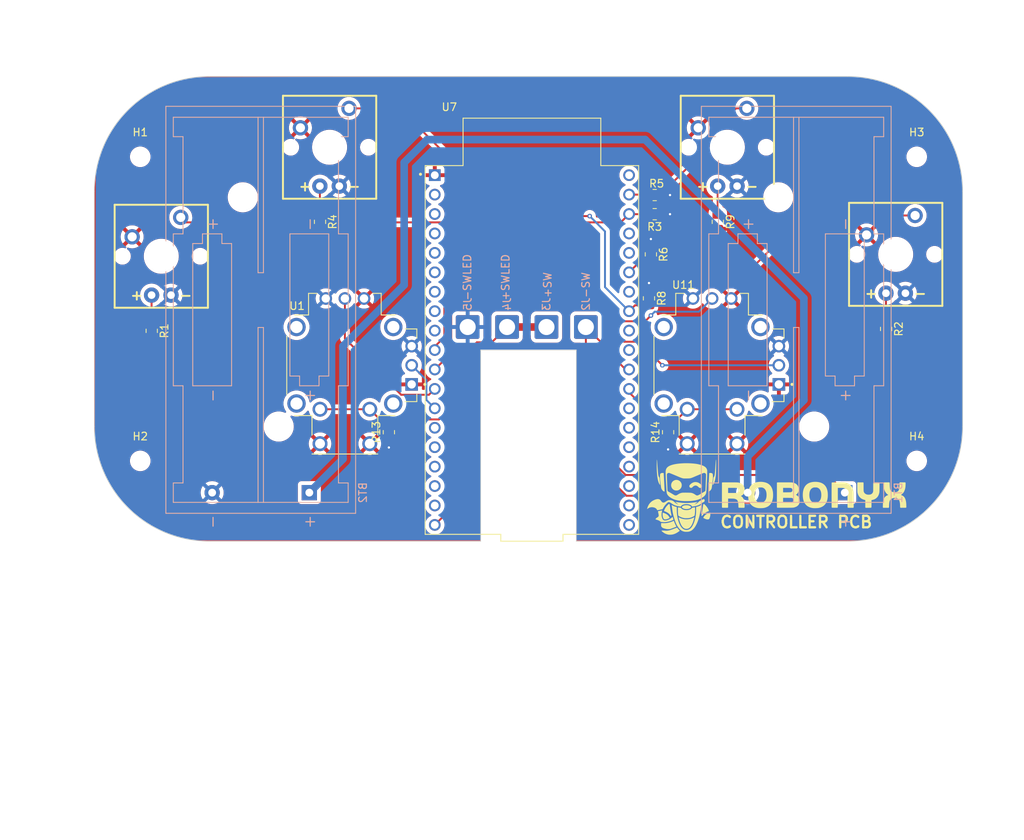
<source format=kicad_pcb>
(kicad_pcb (version 20240108) (generator "pcbnew") (generator_version "8.0")
  (layers (0 "F.Cu" signal) (31 "B.Cu" signal) (34 "B.Paste" user) (35 "F.Paste" user) (36 "B.SilkS" user "B.Silkscreen") (37 "F.SilkS" user "F.Silkscreen") (38 "B.Mask" user) (39 "F.Mask" user) (44 "Edge.Cuts" user))
  (net 0 "")
  (net 1 "Net-(BT1--)")
  (net 2 "GND")
  (net 3 "Net-(BT1-+)")
  (net 4 "+6V")
  (net 5 "/KB2")
  (net 6 "/KB1")
  (net 7 "/KB3")
  (net 8 "/KB4")
  (net 9 "Net-(R9-Pad1)")
  (net 10 "/SW1")
  (net 11 "/SW2")
  (net 12 "+3V3")
  (net 13 "/P1H")
  (net 14 "/P1V")
  (net 16 "/P2V")
  (net 20 "/P2H")
  (net 30 "Net-(R1-Pad1)")
  (net 31 "Net-(R2-Pad1)")
  (net 36 "Net-(R4-Pad1)")
  (footprint "Resistor_SMD:R_0805_2012Metric" (layer "F.Cu") (at 124.75 90.25 -90)
    (property "Reference" "R9" (at 0 -1.65 90) (layer "F.SilkS"))
    (property "Value" "330R")
    (pad "1" smd roundrect (at -0.9125 0 270) (size 1.025 1.4) (layers "F.Cu" "F.Paste" "F.Mask") (roundrect_rratio 0.243902) (net 9 "Net-(R9-Pad1)"))
    (pad "2" smd roundrect (at 0.9125 0 270) (size 1.025 1.4) (layers "F.Cu" "F.Paste" "F.Mask") (roundrect_rratio 0.243902) (net 12 "+3V3"))
  )
  (footprint "MX1A-11NN:Cherry_MX_3mmLED" (layer "F.Cu") (at 74 80)
    (property "Reference" "U5" (at 0 -0.5 0) (layer "F.SilkS") (effects (font (thickness 0.1))))
    (property "Value" "~")
    (fp_text user "+" (at -2.2511 5.58 0) (layer "F.SilkS") (effects (font (size 1.2954 1.2954) (thickness 0.2286)) (justify right)))
    (fp_text user "-" (at 2.2489 5.58 0) (layer "F.SilkS") (effects (font (size 1.2954 1.2954) (thickness 0.2286)) (justify left)))
    (fp_text user "-" (at 2.2489 5.58 0) (layer "F.SilkS") (effects (font (size 1.2954 1.2954) (thickness 0.2286)) (justify right mirror)))
    (fp_text user "+" (at -2.2511 5.58 0) (layer "F.SilkS") (effects (font (size 1.2954 1.2954) (thickness 0.2286)) (justify left mirror)))
    (pad "" np_thru_hole circle (at -5.08 0.5) (size 1.706881 1.706881) (drill 1.706881) (layers "*.Cu" "*.Mask"))
    (pad "" np_thru_hole circle (at 0 0.5) (size 4.0894 4.0894) (drill 4.0894) (layers "*.Cu" "*.Mask"))
    (pad "" np_thru_hole circle (at 5.08 0.5) (size 1.706881 1.706881) (drill 1.706881) (layers "*.Cu" "*.Mask"))
    (pad "A" thru_hole circle (at -1.27 5.58) (size 2 2) (drill 1) (layers "*.Cu" "*.Mask") (net 36 "Net-(R4-Pad1)"))
    (pad "K" thru_hole circle (at 1.27 5.58) (size 2 2) (drill 1) (layers "*.Cu" "*.Mask") (net 2 "GND"))
    (pad "S1" thru_hole circle (at -3.81 -2.04) (size 2 2) (drill 1.2) (layers "*.Cu" "*.Mask") (net 12 "+3V3"))
    (pad "S2" thru_hole circle (at 2.54 -4.58) (size 2 2) (drill 1.2) (layers "*.Cu" "*.Mask") (net 8 "/KB4"))
  )
  (footprint "THB001P:CNK_THB001P" (layer "F.Cu") (at 76 109)
    (property "Reference" "U1" (at -6.25 -7.75 0) (layer "F.SilkS"))
    (property "Value" "THB001P")
    (pad "A" thru_hole circle (at -3.25 5.75) (size 1.95 1.95) (drill 1.3) (layers "*.Cu" "*.Mask") (net 10 "/SW1"))
    (pad "B" thru_hole circle (at 3.25 5.75) (size 1.95 1.95) (drill 1.3) (layers "*.Cu" "*.Mask") (net 10 "/SW1"))
    (pad "C" thru_hole circle (at -3.25 10.25) (size 1.95 1.95) (drill 1.3) (layers "*.Cu" "*.Mask") (net 12 "+3V3"))
    (pad "D" thru_hole circle (at 3.25 10.25) (size 1.95 1.95) (drill 1.3) (layers "*.Cu" "*.Mask") (net 12 "+3V3"))
    (pad "S1" thru_hole circle (at 6.325 -5) (size 2.4 2.4) (drill 1.6) (layers "*.Cu" "*.Mask"))
    (pad "S2" thru_hole circle (at -6.325 -5) (size 2.4 2.4) (drill 1.6) (layers "*.Cu" "*.Mask"))
    (pad "S3" thru_hole circle (at -6.325 5) (size 2.4 2.4) (drill 1.6) (layers "*.Cu" "*.Mask"))
    (pad "S4" thru_hole circle (at 6.325 5) (size 2.4 2.4) (drill 1.6) (layers "*.Cu" "*.Mask"))
    (pad "VR1_1" thru_hole rect (at 8.73 2.5) (size 1.65 1.65) (drill 1.1) (layers "*.Cu" "*.Mask") (net 12 "+3V3"))
    (pad "VR1_2" thru_hole circle (at 8.73 0) (size 1.65 1.65) (drill 1.1) (layers "*.Cu" "*.Mask") (net 14 "/P1V"))
    (pad "VR1_3" thru_hole circle (at 8.73 -2.5) (size 1.65 1.65) (drill 1.1) (layers "*.Cu" "*.Mask") (net 2 "GND"))
    (pad "VR2_1" thru_hole circle (at 2.5 -8.73) (size 1.65 1.65) (drill 1.1) (layers "*.Cu" "*.Mask") (net 12 "+3V3"))
    (pad "VR2_2" thru_hole circle (at 0 -8.73) (size 1.65 1.65) (drill 1.1) (layers "*.Cu" "*.Mask") (net 13 "/P1H"))
    (pad "VR2_3" thru_hole circle (at -2.5 -8.73) (size 1.65 1.65) (drill 1.1) (layers "*.Cu" "*.Mask") (net 2 "GND"))
  )
  (footprint "THB001P:CNK_THB001P" (layer "F.Cu") (at 124 109)
    (property "Reference" "U11" (at -3.75 -10.5 0) (layer "F.SilkS"))
    (property "Value" "THB001P")
    (pad "A" thru_hole circle (at -3.25 5.75) (size 1.95 1.95) (drill 1.3) (layers "*.Cu" "*.Mask") (net 11 "/SW2"))
    (pad "B" thru_hole circle (at 3.25 5.75) (size 1.95 1.95) (drill 1.3) (layers "*.Cu" "*.Mask") (net 11 "/SW2"))
    (pad "C" thru_hole circle (at -3.25 10.25) (size 1.95 1.95) (drill 1.3) (layers "*.Cu" "*.Mask") (net 12 "+3V3"))
    (pad "D" thru_hole circle (at 3.25 10.25) (size 1.95 1.95) (drill 1.3) (layers "*.Cu" "*.Mask") (net 12 "+3V3"))
    (pad "S1" thru_hole circle (at 6.325 -5) (size 2.4 2.4) (drill 1.6) (layers "*.Cu" "*.Mask"))
    (pad "S2" thru_hole circle (at -6.325 -5) (size 2.4 2.4) (drill 1.6) (layers "*.Cu" "*.Mask"))
    (pad "S3" thru_hole circle (at -6.325 5) (size 2.4 2.4) (drill 1.6) (layers "*.Cu" "*.Mask"))
    (pad "S4" thru_hole circle (at 6.325 5) (size 2.4 2.4) (drill 1.6) (layers "*.Cu" "*.Mask"))
    (pad "VR1_1" thru_hole rect (at 8.73 2.5) (size 1.65 1.65) (drill 1.1) (layers "*.Cu" "*.Mask") (net 12 "+3V3"))
    (pad "VR1_2" thru_hole circle (at 8.73 0) (size 1.65 1.65) (drill 1.1) (layers "*.Cu" "*.Mask") (net 16 "/P2V"))
    (pad "VR1_3" thru_hole circle (at 8.73 -2.5) (size 1.65 1.65) (drill 1.1) (layers "*.Cu" "*.Mask") (net 2 "GND"))
    (pad "VR2_1" thru_hole circle (at 2.5 -8.73) (size 1.65 1.65) (drill 1.1) (layers "*.Cu" "*.Mask") (net 12 "+3V3"))
    (pad "VR2_2" thru_hole circle (at 0 -8.73) (size 1.65 1.65) (drill 1.1) (layers "*.Cu" "*.Mask") (net 20 "/P2H"))
    (pad "VR2_3" thru_hole circle (at -2.5 -8.73) (size 1.65 1.65) (drill 1.1) (layers "*.Cu" "*.Mask") (net 2 "GND"))
  )
  (footprint "Resistor_SMD:R_0805_2012Metric" (layer "F.Cu") (at 146.75 104.25 -90)
    (property "Reference" "R2" (at 0 -1.65 90) (layer "F.SilkS"))
    (property "Value" "330R")
    (pad "1" smd roundrect (at -0.9125 0 270) (size 1.025 1.4) (layers "F.Cu" "F.Paste" "F.Mask") (roundrect_rratio 0.243902) (net 31 "Net-(R2-Pad1)"))
    (pad "2" smd roundrect (at 0.9125 0 270) (size 1.025 1.4) (layers "F.Cu" "F.Paste" "F.Mask") (roundrect_rratio 0.243902) (net 12 "+3V3"))
  )
  (footprint "Resistor_SMD:R_0805_2012Metric" (layer "F.Cu") (at 116.5 86.75 180)
    (property "Reference" "R5" (at -0.25 1.5 0) (layer "F.SilkS"))
    (property "Value" "10K")
    (pad "1" smd roundrect (at -0.9125 0 180) (size 1.025 1.4) (layers "F.Cu" "F.Paste" "F.Mask") (roundrect_rratio 0.243902) (net 2 "GND"))
    (pad "2" smd roundrect (at 0.9125 0 180) (size 1.025 1.4) (layers "F.Cu" "F.Paste" "F.Mask") (roundrect_rratio 0.243902) (net 6 "/KB1"))
  )
  (footprint "MountingHole:MountingHole_2.2mm_M2" (layer "F.Cu") (at 150.75 121.5)
    (property "Reference" "H4" (at 0 -3.2 0) (layer "F.SilkS"))
    (property "Value" "MountingHole")
    (pad "" np_thru_hole circle (at 0 0) (size 2.2 2.2) (drill 2.2) (layers "*.Cu" "*.Mask"))
  )
  (footprint "Resistor_SMD:R_0805_2012Metric" (layer "F.Cu") (at 50.75 104.5 -90)
    (property "Reference" "R1" (at 0 -1.65 90) (layer "F.SilkS"))
    (property "Value" "330R")
    (pad "1" smd roundrect (at -0.9125 0 270) (size 1.025 1.4) (layers "F.Cu" "F.Paste" "F.Mask") (roundrect_rratio 0.243902) (net 30 "Net-(R1-Pad1)"))
    (pad "2" smd roundrect (at 0.9125 0 270) (size 1.025 1.4) (layers "F.Cu" "F.Paste" "F.Mask") (roundrect_rratio 0.243902) (net 12 "+3V3"))
  )
  (footprint "MountingHole:MountingHole_2.2mm_M2" (layer "F.Cu") (at 49.25 121.5)
    (property "Reference" "H2" (at 0 -3.2 0) (layer "F.SilkS"))
    (property "Value" "MountingHole")
    (pad "" np_thru_hole circle (at 0 0) (size 2.2 2.2) (drill 2.2) (layers "*.Cu" "*.Mask"))
  )
  (footprint "Resistor_SMD:R_0805_2012Metric" (layer "F.Cu") (at 116 94.5 -90)
    (property "Reference" "R6" (at 0 -1.65 90) (layer "F.SilkS"))
    (property "Value" "10K")
    (pad "1" smd roundrect (at -0.9125 0 270) (size 1.025 1.4) (layers "F.Cu" "F.Paste" "F.Mask") (roundrect_rratio 0.243902) (net 2 "GND"))
    (pad "2" smd roundrect (at 0.9125 0 270) (size 1.025 1.4) (layers "F.Cu" "F.Paste" "F.Mask") (roundrect_rratio 0.243902) (net 7 "/KB3"))
  )
  (footprint "LOGO" (layer "F.Cu") (at 132.5 126)
    (property "Reference" "G***" (hide yes))
    (property "Value" "LOGO" (hide yes))
  )
  (footprint "MX1A-11NN:Cherry_MX_3mmLED" (layer "F.Cu") (at 52 94.25)
    (property "Reference" "U3" (at 0 -0.5 0) (layer "F.SilkS") (effects (font (thickness 0.1))))
    (property "Value" "~")
    (fp_text user "+" (at -2.2511 5.58 0) (layer "F.SilkS") (effects (font (size 1.2954 1.2954) (thickness 0.2286)) (justify right)))
    (fp_text user "-" (at 2.2489 5.58 0) (layer "F.SilkS") (effects (font (size 1.2954 1.2954) (thickness 0.2286)) (justify left)))
    (fp_text user "-" (at 2.2489 5.58 0) (layer "F.SilkS") (effects (font (size 1.2954 1.2954) (thickness 0.2286)) (justify right mirror)))
    (fp_text user "+" (at -2.2511 5.58 0) (layer "F.SilkS") (effects (font (size 1.2954 1.2954) (thickness 0.2286)) (justify left mirror)))
    (pad "" np_thru_hole circle (at -5.08 0.5) (size 1.706881 1.706881) (drill 1.706881) (layers "*.Cu" "*.Mask"))
    (pad "" np_thru_hole circle (at 0 0.5) (size 4.0894 4.0894) (drill 4.0894) (layers "*.Cu" "*.Mask"))
    (pad "" np_thru_hole circle (at 5.08 0.5) (size 1.706881 1.706881) (drill 1.706881) (layers "*.Cu" "*.Mask"))
    (pad "A" thru_hole circle (at -1.27 5.58) (size 2 2) (drill 1) (layers "*.Cu" "*.Mask") (net 30 "Net-(R1-Pad1)"))
    (pad "K" thru_hole circle (at 1.27 5.58) (size 2 2) (drill 1) (layers "*.Cu" "*.Mask") (net 2 "GND"))
    (pad "S1" thru_hole circle (at -3.81 -2.04) (size 2 2) (drill 1.2) (layers "*.Cu" "*.Mask") (net 12 "+3V3"))
    (pad "S2" thru_hole circle (at 2.54 -4.58) (size 2 2) (drill 1.2) (layers "*.Cu" "*.Mask") (net 5 "/KB2"))
  )
  (footprint "Resistor_SMD:R_0805_2012Metric" (layer "F.Cu") (at 115.75 100.25 -90)
    (property "Reference" "R8" (at 0 -1.65 90) (layer "F.SilkS"))
    (property "Value" "10K")
    (pad "1" smd roundrect (at -0.9125 0 270) (size 1.025 1.4) (layers "F.Cu" "F.Paste" "F.Mask") (roundrect_rratio 0.243902) (net 2 "GND"))
    (pad "2" smd roundrect (at 0.9125 0 270) (size 1.025 1.4) (layers "F.Cu" "F.Paste" "F.Mask") (roundrect_rratio 0.243902) (net 8 "/KB4"))
  )
  (footprint "Resistor_SMD:R_0805_2012Metric" (layer "F.Cu") (at 118.25 117.75 90)
    (property "Reference" "R14" (at 0 -1.65 90) (layer "F.SilkS"))
    (property "Value" "10K")
    (pad "1" smd roundrect (at -0.9125 0 90) (size 1.025 1.4) (layers "F.Cu" "F.Paste" "F.Mask") (roundrect_rratio 0.243902) (net 2 "GND"))
    (pad "2" smd roundrect (at 0.9125 0 90) (size 1.025 1.4) (layers "F.Cu" "F.Paste" "F.Mask") (roundrect_rratio 0.243902) (net 11 "/SW2"))
  )
  (footprint "ESP32-DEVKITC:MODULE_ESP32-DEVKITC" (layer "F.Cu") (at 100.45 107)
    (property "Reference" "U7" (at -10.795 -31.75 0) (layer "F.SilkS"))
    (property "Value" "ESP32-DEVKITC")
    (pad "1" thru_hole rect (at -12.7 -22.85) (size 1.53 1.53) (drill 1.02) (layers "*.Cu" "*.Mask") (net 12 "+3V3"))
    (pad "2" thru_hole circle (at -12.7 -20.31) (size 1.53 1.53) (drill 1.02) (layers "*.Cu" "*.Mask"))
    (pad "3" thru_hole circle (at -12.7 -17.77) (size 1.53 1.53) (drill 1.02) (layers "*.Cu" "*.Mask"))
    (pad "4" thru_hole circle (at -12.7 -15.23) (size 1.53 1.53) (drill 1.02) (layers "*.Cu" "*.Mask"))
    (pad "5" thru_hole circle (at -12.7 -12.69) (size 1.53 1.53) (drill 1.02) (layers "*.Cu" "*.Mask"))
    (pad "6" thru_hole circle (at -12.7 -10.15) (size 1.53 1.53) (drill 1.02) (layers "*.Cu" "*.Mask"))
    (pad "7" thru_hole circle (at -12.7 -7.61) (size 1.53 1.53) (drill 1.02) (layers "*.Cu" "*.Mask"))
    (pad "8" thru_hole circle (at -12.7 -5.07) (size 1.53 1.53) (drill 1.02) (layers "*.Cu" "*.Mask"))
    (pad "9" thru_hole circle (at -12.7 -2.53) (size 1.53 1.53) (drill 1.02) (layers "*.Cu" "*.Mask"))
    (pad "10" thru_hole circle (at -12.7 0.01) (size 1.53 1.53) (drill 1.02) (layers "*.Cu" "*.Mask") (net 20 "/P2H"))
    (pad "11" thru_hole circle (at -12.7 2.55) (size 1.53 1.53) (drill 1.02) (layers "*.Cu" "*.Mask") (net 16 "/P2V"))
    (pad "12" thru_hole circle (at -12.7 5.09) (size 1.53 1.53) (drill 1.02) (layers "*.Cu" "*.Mask") (net 13 "/P1H"))
    (pad "13" thru_hole circle (at -12.7 7.63) (size 1.53 1.53) (drill 1.02) (layers "*.Cu" "*.Mask") (net 14 "/P1V"))
    (pad "14" thru_hole circle (at -12.7 10.17) (size 1.53 1.53) (drill 1.02) (layers "*.Cu" "*.Mask"))
    (pad "15" thru_hole circle (at -12.7 12.71) (size 1.53 1.53) (drill 1.02) (layers "*.Cu" "*.Mask"))
    (pad "16" thru_hole circle (at -12.7 15.25) (size 1.53 1.53) (drill 1.02) (layers "*.Cu" "*.Mask"))
    (pad "17" thru_hole circle (at -12.7 17.79) (size 1.53 1.53) (drill 1.02) (layers "*.Cu" "*.Mask"))
    (pad "18" thru_hole circle (at -12.7 20.33) (size 1.53 1.53) (drill 1.02) (layers "*.Cu" "*.Mask"))
    (pad "19" thru_hole circle (at -12.7 22.87) (size 1.53 1.53) (drill 1.02) (layers "*.Cu" "*.Mask") (net 4 "+6V"))
    (pad "20" thru_hole circle (at 12.7 22.87) (size 1.53 1.53) (drill 1.02) (layers "*.Cu" "*.Mask"))
    (pad "21" thru_hole circle (at 12.7 20.33) (size 1.53 1.53) (drill 1.02) (layers "*.Cu" "*.Mask"))
    (pad "22" thru_hole circle (at 12.7 17.79) (size 1.53 1.53) (drill 1.02) (layers "*.Cu" "*.Mask"))
    (pad "23" thru_hole circle (at 12.7 15.25) (size 1.53 1.53) (drill 1.02) (layers "*.Cu" "*.Mask"))
    (pad "24" thru_hole circle (at 12.7 12.71) (size 1.53 1.53) (drill 1.02) (layers "*.Cu" "*.Mask"))
    (pad "25" thru_hole circle (at 12.7 10.17) (size 1.53 1.53) (drill 1.02) (layers "*.Cu" "*.Mask"))
    (pad "26" thru_hole circle (at 12.7 7.63) (size 1.53 1.53) (drill 1.02) (layers "*.Cu" "*.Mask"))
    (pad "27" thru_hole circle (at 12.7 5.09) (size 1.53 1.53) (drill 1.02) (layers "*.Cu" "*.Mask") (net 11 "/SW2"))
    (pad "28" thru_hole circle (at 12.7 2.55) (size 1.53 1.53) (drill 1.02) (layers "*.Cu" "*.Mask") (net 10 "/SW1"))
    (pad "29" thru_hole circle (at 12.7 0.01) (size 1.53 1.53) (drill 1.02) (layers "*.Cu" "*.Mask"))
    (pad "30" thru_hole circle (at 12.7 -2.53) (size 1.53 1.53) (drill 1.02) (layers "*.Cu" "*.Mask"))
    (pad "31" thru_hole circle (at 12.7 -5.07) (size 1.53 1.53) (drill 1.02) (layers "*.Cu" "*.Mask") (net 8 "/KB4"))
    (pad "32" thru_hole circle (at 12.7 -7.61) (size 1.53 1.53) (drill 1.02) (layers "*.Cu" "*.Mask"))
    (pad "33" thru_hole circle (at 12.7 -10.15) (size 1.53 1.53) (drill 1.02) (layers "*.Cu" "*.Mask") (net 7 "/KB3"))
    (pad "34" thru_hole circle (at 12.7 -12.69) (size 1.53 1.53) (drill 1.02) (layers "*.Cu" "*.Mask"))
    (pad "35" thru_hole circle (at 12.7 -15.23) (size 1.53 1.53) (drill 1.02) (layers "*.Cu" "*.Mask"))
    (pad "36" thru_hole circle (at 12.7 -17.77) (size 1.53 1.53) (drill 1.02) (layers "*.Cu" "*.Mask") (net 5 "/KB2"))
    (pad "37" thru_hole circle (at 12.7 -20.31) (size 1.53 1.53) (drill 1.02) (layers "*.Cu" "*.Mask") (net 6 "/KB1"))
    (pad "38" thru_hole circle (at 12.7 -22.85) (size 1.53 1.53) (drill 1.02) (layers "*.Cu" "*.Mask"))
  )
  (footprint "Resistor_SMD:R_0805_2012Metric" (layer "F.Cu") (at 72.75 90.25 -90)
    (property "Reference" "R4" (at 0 -1.65 90) (layer "F.SilkS"))
    (property "Value" "330R")
    (pad "1" smd roundrect (at -0.9125 0 270) (size 1.025 1.4) (layers "F.Cu" "F.Paste" "F.Mask") (roundrect_rratio 0.243902) (net 36 "Net-(R4-Pad1)"))
    (pad "2" smd roundrect (at 0.9125 0 270) (size 1.025 1.4) (layers "F.Cu" "F.Paste" "F.Mask") (roundrect_rratio 0.243902) (net 12 "+3V3"))
  )
  (footprint "Resistor_SMD:R_0805_2012Metric" (layer "F.Cu") (at 81.75 117.75 90)
    (property "Reference" "R13" (at 0 -1.65 90) (layer "F.SilkS"))
    (property "Value" "10K")
    (pad "1" smd roundrect (at -0.9125 0 90) (size 1.025 1.4) (layers "F.Cu" "F.Paste" "F.Mask") (roundrect_rratio 0.243902) (net 2 "GND"))
    (pad "2" smd roundrect (at 0.9125 0 90) (size 1.025 1.4) (layers "F.Cu" "F.Paste" "F.Mask") (roundrect_rratio 0.243902) (net 10 "/SW1"))
  )
  (footprint "Resistor_SMD:R_0805_2012Metric" (layer "F.Cu") (at 116.5 89.25 180)
    (property "Reference" "R3" (at 0 -1.65 0) (layer "F.SilkS"))
    (property "Value" "10K")
    (pad "1" smd roundrect (at -0.9125 0 180) (size 1.025 1.4) (layers "F.Cu" "F.Paste" "F.Mask") (roundrect_rratio 0.243902) (net 2 "GND"))
    (pad "2" smd roundrect (at 0.9125 0 180) (size 1.025 1.4) (layers "F.Cu" "F.Paste" "F.Mask") (roundrect_rratio 0.243902) (net 5 "/KB2"))
  )
  (footprint "MX1A-11NN:Cherry_MX_3mmLED" (layer "F.Cu") (at 148 94)
    (property "Reference" "U4" (at 0 -0.5 0) (layer "F.SilkS") (effects (font (thickness 0.1))))
    (property "Value" "~")
    (fp_text user "-" (at 2.2489 5.58 0) (layer "F.SilkS") (effects (font (size 1.2954 1.2954) (thickness 0.2286)) (justify right mirror)))
    (fp_text user "+" (at -2.2511 5.58 0) (layer "F.SilkS") (effects (font (size 1.2954 1.2954) (thickness 0.2286)) (justify left mirror)))
    (fp_text user "-" (at 2.2489 5.58 0) (layer "F.SilkS") (effects (font (size 1.2954 1.2954) (thickness 0.2286)) (justify left)))
    (fp_text user "+" (at -2.2511 5.58 0) (layer "F.SilkS") (effects (font (size 1.2954 1.2954) (thickness 0.2286)) (justify right)))
    (pad "" np_thru_hole circle (at -5.08 0.5) (size 1.706881 1.706881) (drill 1.706881) (layers "*.Cu" "*.Mask"))
    (pad "" np_thru_hole circle (at 0 0.5) (size 4.0894 4.0894) (drill 4.0894) (layers "*.Cu" "*.Mask"))
    (pad "" np_thru_hole circle (at 5.08 0.5) (size 1.706881 1.706881) (drill 1.706881) (layers "*.Cu" "*.Mask"))
    (pad "A" thru_hole circle (at -1.27 5.58) (size 2 2) (drill 1) (layers "*.Cu" "*.Mask") (net 31 "Net-(R2-Pad1)"))
    (pad "K" thru_hole circle (at 1.27 5.58) (size 2 2) (drill 1) (layers "*.Cu" "*.Mask") (net 2 "GND"))
    (pad "S1" thru_hole circle (at -3.81 -2.04) (size 2 2) (drill 1.2) (layers "*.Cu" "*.Mask") (net 12 "+3V3"))
    (pad "S2" thru_hole circle (at 2.54 -4.58) (size 2 2) (drill 1.2) (layers "*.Cu" "*.Mask") (net 7 "/KB3"))
  )
  (footprint "MX1A-11NN:Cherry_MX_3mmLED" (layer "F.Cu") (at 126 80)
    (property "Reference" "U2" (at 0 -0.5 0) (layer "F.SilkS") (effects (font (thickness 0.1))))
    (property "Value" "~")
    (fp_text user "-" (at 2.2489 5.58 0) (layer "F.SilkS") (effects (font (size 1.2954 1.2954) (thickness 0.2286)) (justify right mirror)))
    (fp_text user "+" (at -2.2511 5.58 0) (layer "F.SilkS") (effects (font (size 1.2954 1.2954) (thickness 0.2286)) (justify left mirror)))
    (fp_text user "-" (at 2.2489 5.58 0) (layer "F.SilkS") (effects (font (size 1.2954 1.2954) (thickness 0.2286)) (justify right mirror)))
    (fp_text user "+" (at -2.2511 5.58 0) (layer "F.SilkS") (effects (font (size 1.2954 1.2954) (thickness 0.2286)) (justify left mirror)))
    (pad "" np_thru_hole circle (at -5.08 0.5) (size 1.706881 1.706881) (drill 1.706881) (layers "*.Cu" "*.Mask"))
    (pad "" np_thru_hole circle (at 0 0.5) (size 4.0894 4.0894) (drill 4.0894) (layers "*.Cu" "*.Mask"))
    (pad "" np_thru_hole circle (at 5.08 0.5) (size 1.706881 1.706881) (drill 1.706881) (layers "*.Cu" "*.Mask"))
    (pad "A" thru_hole circle (at -1.27 5.58) (size 2 2) (drill 1) (layers "*.Cu" "*.Mask") (net 9 "Net-(R9-Pad1)"))
    (pad "K" thru_hole circle (at 1.27 5.58) (size 2 2) (drill 1) (layers "*.Cu" "*.Mask") (net 2 "GND"))
    (pad "S1" thru_hole circle (at -3.81 -2.04) (size 2 2) (drill 1.2) (layers "*.Cu" "*.Mask") (net 12 "+3V3"))
    (pad "S2" thru_hole circle (at 2.54 -4.58) (size 2 2) (drill 1.2) (layers "*.Cu" "*.Mask") (net 6 "/KB1"))
  )
  (footprint "MountingHole:MountingHole_2.2mm_M2" (layer "F.Cu") (at 49.25 81.75)
    (property "Reference" "H1" (at 0 -3.2 0) (layer "F.SilkS"))
    (property "Value" "MountingHole")
    (pad "" np_thru_hole circle (at 0 0) (size 2.2 2.2) (drill 2.2) (layers "*.Cu" "*.Mask"))
  )
  (footprint "MountingHole:MountingHole_2.2mm_M2" (layer "F.Cu") (at 150.75 81.75)
    (property "Reference" "H3" (at 0 -3.2 0) (layer "F.SilkS"))
    (property "Value" "MountingHole")
    (pad "" np_thru_hole circle (at 0 0) (size 2.2 2.2) (drill 2.2) (layers "*.Cu" "*.Mask"))
  )
  (footprint "Connector_Wire:SolderWire-1.5sqmm_1x01_D1.7mm_OD3mm" (layer "B.Cu") (at 97.2 104 -90)
    (property "Reference" "J4" (at -3 0 90) (layer "B.SilkS") (effects (justify mirror)))
    (property "Value" "+SWLED")
    (pad "1" thru_hole roundrect (at 0 0 270) (size 3.1 3.1) (drill 2.1) (layers "*.Cu" "*.Mask") (roundrect_rratio 0.080645) (net 4 "+6V"))
  )
  (footprint "Connector_Wire:SolderWire-1.5sqmm_1x01_D1.7mm_OD3mm" (layer "B.Cu") (at 102.35 104 -90)
    (property "Reference" "J3" (at -3 0 90) (layer "B.SilkS") (effects (justify mirror)))
    (property "Value" "+SW")
    (pad "1" thru_hole roundrect (at 0 0 270) (size 3.1 3.1) (drill 2.1) (layers "*.Cu" "*.Mask") (roundrect_rratio 0.080645) (net 4 "+6V"))
  )
  (footprint "Connector_Wire:SolderWire-1.5sqmm_1x01_D1.7mm_OD3mm" (layer "B.Cu") (at 92.05 104 -90)
    (property "Reference" "J5" (at -3 0 90) (layer "B.SilkS") (effects (justify mirror)))
    (property "Value" "-SWLED")
    (pad "1" thru_hole roundrect (at 0 0 270) (size 3.1 3.1) (drill 2.1) (layers "*.Cu" "*.Mask") (roundrect_rratio 0.080645) (net 2 "GND"))
  )
  (footprint "Battery:BatteryHolder_Keystone_2468_2xAAA" (layer "B.Cu") (at 71.35 125.65 90)
    (property "Reference" "BT2" (at 0 7 90) (layer "B.SilkS") (effects (justify mirror)))
    (property "Value" "Battery_Cell")
    (fp_text user "-" (at 35.1 0 90) (layer "B.SilkS") (effects (font (size 1.5 1.5)) (justify mirror)))
    (fp_text user "-" (at 12.7 -12.7 90) (layer "B.SilkS") (effects (font (size 1.5 1.5)) (justify mirror)))
    (fp_text user "-" (at -3.81 -12.7 90) (layer "B.SilkS") (effects (font (size 1.5 1.5)) (justify mirror)))
    (fp_text user "+" (at 35.1 -12.7 90) (layer "B.SilkS") (effects (font (size 1.5 1.5)) (justify mirror)))
    (fp_text user "+" (at 12.7 0 90) (layer "B.SilkS") (effects (font (size 1.5 1.5)) (justify mirror)))
    (fp_text user "+" (at -3.81 0 90) (layer "B.SilkS") (effects (font (size 1.5 1.5)) (justify mirror)))
    (pad "" np_thru_hole circle (at 8.64 -4 90) (size 3.45 3.45) (drill 3.45) (layers "*.Cu"))
    (pad "" np_thru_hole circle (at 38.61 -8.7 90) (size 3.45 3.45) (drill 3.45) (layers "*.Cu" "*.Mask"))
    (pad "1" thru_hole rect (at 0 0 90) (size 2 2) (drill 1.02) (layers "*.Cu" "*.Mask") (net 1 "Net-(BT1--)"))
    (pad "2" thru_hole circle (at 0 -12.7 90) (size 2 2) (drill 1.02) (layers "*.Cu" "*.Mask") (net 2 "GND"))
  )
  (footprint "Battery:BatteryHolder_Keystone_2468_2xAAA" (layer "B.Cu") (at 141.35 125.65 90)
    (property "Reference" "BT1" (at 0 7 90) (layer "B.SilkS") (effects (justify mirror)))
    (property "Value" "Battery_Cell")
    (fp_text user "+" (at -3.81 0 90) (layer "B.SilkS") (effects (font (size 1.5 1.5)) (justify mirror)))
    (fp_text user "-" (at 12.7 -12.7 90) (layer "B.SilkS") (effects (font (size 1.5 1.5)) (justify mirror)))
    (fp_text user "+" (at 35.1 -12.7 90) (layer "B.SilkS") (effects (font (size 1.5 1.5)) (justify mirror)))
    (fp_text user "-" (at -3.81 -12.7 90) (layer "B.SilkS") (effects (font (size 1.5 1.5)) (justify mirror)))
    (fp_text user "+" (at 12.7 0 90) (layer "B.SilkS") (effects (font (size 1.5 1.5)) (justify mirror)))
    (fp_text user "-" (at 35.1 0 90) (layer "B.SilkS") (effects (font (size 1.5 1.5)) (justify mirror)))
    (pad "" np_thru_hole circle (at 8.64 -4 90) (size 3.45 3.45) (drill 3.45) (layers "*.Cu"))
    (pad "" np_thru_hole circle (at 38.61 -8.7 90) (size 3.45 3.45) (drill 3.45) (layers "*.Cu" "*.Mask"))
    (pad "1" thru_hole rect (at 0 0 90) (size 2 2) (drill 1.02) (layers "*.Cu" "*.Mask") (net 3 "Net-(BT1-+)"))
    (pad "2" thru_hole circle (at 0 -12.7 90) (size 2 2) (drill 1.02) (layers "*.Cu" "*.Mask") (net 1 "Net-(BT1--)"))
  )
  (footprint "Connector_Wire:SolderWire-1.5sqmm_1x01_D1.7mm_OD3mm" (layer "B.Cu") (at 107.5 104 -90)
    (property "Reference" "J2" (at -3 0 90) (layer "B.SilkS") (effects (justify mirror)))
    (property "Value" "-SW")
    (pad "1" thru_hole roundrect (at 0 0 270) (size 3.1 3.1) (drill 2.1) (layers "*.Cu" "*.Mask") (roundrect_rratio 0.080645) (net 3 "Net-(BT1-+)"))
  )
  (gr_line (start 93.75 132) (end 93.75 107) (stroke (width 0.1)) (layer "Edge.Cuts"))
  (gr_line (start 93.75 107) (end 106.25 107) (stroke (width 0.1)) (layer "Edge.Cuts"))
  (gr_arc (start 141.750001 71.25) (mid 152.356602 75.643398) (end 156.75 86.249999) (stroke (width 0.1)) (layer "Edge.Cuts"))
  (gr_arc (start 43.25 86.25) (mid 47.643399 75.643398) (end 58.250001 71.25) (stroke (width 0.1)) (layer "Edge.Cuts"))
  (gr_arc (start 156.75 117.000001) (mid 152.356602 127.606602) (end 141.750001 132) (stroke (width 0.1)) (layer "Edge.Cuts"))
  (gr_line (start 43.25 86.25) (end 43.25 117) (stroke (width 0.1)) (layer "Edge.Cuts"))
  (gr_line (start 58.25 132) (end 93.75 132) (stroke (width 0.1)) (layer "Edge.Cuts"))
  (gr_line (start 106.25 132) (end 141.750001 132) (stroke (width 0.1)) (layer "Edge.Cuts"))
  (gr_line (start 106.25 107) (end 106.25 132) (stroke (width 0.1)) (layer "Edge.Cuts"))
  (gr_arc (start 58.25 132) (mid 47.643398 127.606602) (end 43.25 117) (stroke (width 0.1)) (layer "Edge.Cuts"))
  (gr_line (start 156.75 117.000001) (end 156.75 86.249999) (stroke (width 0.1)) (layer "Edge.Cuts"))
  (gr_line (start 141.750001 71.25) (end 58.250001 71.25) (stroke (width 0.1)) (layer "Edge.Cuts"))
  (gr_text "+SWLED" (at 97 97.5 90) (layer "B.SilkS") (effects (font (size 1 1))))
  (gr_text "-SW" (at 107.5 98.5 90) (layer "B.SilkS") (effects (font (size 1 1))))
  (gr_text "-SWLED" (at 92 97.5 90) (layer "B.SilkS") (effects (font (size 1 1))))
  (gr_text "+SW" (at 102.5 98.5 90) (layer "B.SilkS") (effects (font (size 1 1))))
  (gr_text "CONTROLLER PCB" (at 135 129.5 0) (layer "F.SilkS") (effects (font (size 1.5 1.5) (thickness 0.3))))
  (segment (start 128.65 120.90491) (end 128.65 125.65) (width 1) (layer "B.Cu") (net 1))
  (segment (start 71.35 125.65) (end 75.75 121.25) (width 1) (layer "B.Cu") (net 1))
  (segment (start 136 100.25) (end 136 113.55491) (width 1) (layer "B.Cu") (net 1))
  (segment (start 115.25 79.5) (end 136 100.25) (width 1) (layer "B.Cu") (net 1))
  (segment (start 83.75 98.5) (end 83.75 82.5) (width 1) (layer "B.Cu") (net 1))
  (segment (start 83.75 82.5) (end 86.75 79.5) (width 1) (layer "B.Cu") (net 1))
  (segment (start 75.75 106.5) (end 83.75 98.5) (width 1) (layer "B.Cu") (net 1))
  (segment (start 75.75 121.25) (end 75.75 106.5) (width 1) (layer "B.Cu") (net 1))
  (segment (start 86.75 79.5) (end 115.25 79.5) (width 1) (layer "B.Cu") (net 1))
  (segment (start 136 113.55491) (end 128.65 120.90491) (width 1) (layer "B.Cu") (net 1))
  (segment (start 117.4125 86.75) (end 118.5 86.75) (width 0.25) (layer "F.Cu") (net 2))
  (segment (start 115.75 99.3375) (end 115.75 98.25) (width 0.25) (layer "F.Cu") (net 2))
  (segment (start 118.25 118.6625) (end 118.25 120) (width 0.25) (layer "F.Cu") (net 2))
  (segment (start 116 93.5875) (end 116 92.5) (width 0.25) (layer "F.Cu") (net 2))
  (segment (start 117.4125 89.25) (end 118.5 89.25) (width 0.25) (layer "F.Cu") (net 2))
  (segment (start 81.75 118.6625) (end 81.75 119.75) (width 0.25) (layer "F.Cu") (net 2))
  (via (at 118.25 120) (size 0.6) (drill 0.3) (layers "F.Cu" "B.Cu") (net 2))
  (via (at 115.75 98.25) (size 0.6) (drill 0.3) (layers "F.Cu" "B.Cu") (net 2))
  (via (at 81.75 119.75) (size 0.6) (drill 0.3) (layers "F.Cu" "B.Cu") (net 2))
  (via (at 118.5 86.75) (size 0.6) (drill 0.3) (layers "F.Cu" "B.Cu") (net 2))
  (via (at 118.5 89.25) (size 0.6) (drill 0.3) (layers "F.Cu" "B.Cu") (net 2))
  (via (at 116 92.5) (size 0.6) (drill 0.3) (layers "F.Cu" "B.Cu") (net 2))
  (segment (start 140.025 126.975) (end 141.35 125.65) (width 0.25) (layer "F.Cu") (net 3))
  (segment (start 107.5 104) (end 107.5 120.75) (width 0.25) (layer "F.Cu") (net 3))
  (segment (start 138.75 123) (end 138.41 123.34) (width 0.25) (layer "F.Cu") (net 3))
  (segment (start 112.804012 126.054012) (end 120.554012 126.054012) (width 0.25) (layer "F.Cu") (net 3))
  (segment (start 120.554012 126.054012) (end 121.475 126.975) (width 0.25) (layer "F.Cu") (net 3))
  (segment (start 138.41 123.34) (end 112.698507 123.34) (width 0.25) (layer "F.Cu") (net 3))
  (segment (start 110.05 120.691493) (end 110.05 106.55) (width 0.25) (layer "F.Cu") (net 3))
  (segment (start 141.35 125.6) (end 138.75 123) (width 0.25) (layer "F.Cu") (net 3))
  (segment (start 141.35 125.65) (end 141.35 125.6) (width 0.25) (layer "F.Cu") (net 3))
  (segment (start 110.05 106.55) (end 107.5 104) (width 0.25) (layer "F.Cu") (net 3))
  (segment (start 112.698507 123.34) (end 110.05 120.691493) (width 0.25) (layer "F.Cu") (net 3))
  (segment (start 121.475 126.975) (end 140.025 126.975) (width 0.25) (layer "F.Cu") (net 3))
  (segment (start 107.5 120.75) (end 112.804012 126.054012) (width 0.25) (layer "F.Cu") (net 3))
  (segment (start 97.2 104) (end 95.2 106) (width 0.25) (layer "F.Cu") (net 4))
  (segment (start 102.35 104) (end 97.2 104) (width 1) (layer "F.Cu") (net 4))
  (segment (start 91.5 107.75) (end 91.5 126.12) (width 0.25) (layer "F.Cu") (net 4))
  (segment (start 95.2 106) (end 93.25 106) (width 0.25) (layer "F.Cu") (net 4))
  (segment (start 93.25 106) (end 91.5 107.75) (width 0.25) (layer "F.Cu") (net 4))
  (segment (start 91.5 126.12) (end 87.75 129.87) (width 0.25) (layer "F.Cu") (net 4))
  (segment (start 55.19 90.32) (end 112.06 90.32) (width 0.25) (layer "F.Cu") (net 5))
  (segment (start 112.06 90.32) (end 113.13 89.25) (width 0.25) (layer "F.Cu") (net 5))
  (segment (start 113.13 89.25) (end 115.3375 89.25) (width 0.25) (layer "F.Cu") (net 5))
  (segment (start 54.54 89.67) (end 55.19 90.32) (width 0.25) (layer "F.Cu") (net 5))
  (segment (start 118.485 85.475) (end 116.3625 85.475) (width 0.25) (layer "F.Cu") (net 6))
  (segment (start 115.1475 86.69) (end 112.7 86.69) (width 0.25) (layer "F.Cu") (net 6))
  (segment (start 127.125787 75.42) (end 123.5803 78.965487) (width 0.25) (layer "F.Cu") (net 6))
  (segment (start 116.3625 85.475) (end 115.1475 86.69) (width 0.25) (layer "F.Cu") (net 6))
  (segment (start 128.54 75.42) (end 127.125787 75.42) (width 0.25) (layer "F.Cu") (net 6))
  (segment (start 123.5803 80.3797) (end 118.485 85.475) (width 0.25) (layer "F.Cu") (net 6))
  (segment (start 123.5803 78.965487) (end 123.5803 80.3797) (width 0.25) (layer "F.Cu") (net 6))
  (segment (start 129.3875 96.1125) (end 116.7 96.1125) (width 0.25) (layer "F.Cu") (net 7))
  (segment (start 114.5875 95.4125) (end 113.15 96.85) (width 0.25) (layer "F.Cu") (net 7))
  (segment (start 116.7 96.1125) (end 116 95.4125) (width 0.25) (layer "F.Cu") (net 7))
  (segment (start 136.08 89.42) (end 129.3875 96.1125) (width 0.25) (layer "F.Cu") (net 7))
  (segment (start 150.54 89.42) (end 136.08 89.42) (width 0.25) (layer "F.Cu") (net 7))
  (segment (start 116 95.4125) (end 114.5875 95.4125) (width 0.25) (layer "F.Cu") (net 7))
  (segment (start 83.17 75.42) (end 95 87.25) (width 0.25) (layer "F.Cu") (net 8))
  (segment (start 115.25 101.1625) (end 113.9175 101.1625) (width 0.25) (layer "F.Cu") (net 8))
  (segment (start 76.54 75.42) (end 83.17 75.42) (width 0.25) (layer "F.Cu") (net 8))
  (segment (start 113.15 101.93) (end 112.7 101.93) (width 0.25) (layer "F.Cu") (net 8))
  (segment (start 97.25 89.5) (end 108 89.5) (width 0.25) (layer "F.Cu") (net 8))
  (segment (start 95 87.25) (end 97.25 89.5) (width 0.25) (layer "F.Cu") (net 8))
  (segment (start 113.9175 101.1625) (end 113.15 101.93) (width 0.25) (layer "F.Cu") (net 8))
  (via (at 108 89.5) (size 0.6) (drill 0.3) (layers "F.Cu" "B.Cu") (net 8))
  (segment (start 110 98.78) (end 113.15 101.93) (width 0.25) (layer "B.Cu") (net 8))
  (segment (start 110 91.5) (end 110 98.78) (width 0.25) (layer "B.Cu") (net 8))
  (segment (start 108 89.5) (end 110 91.5) (width 0.25) (layer "B.Cu") (net 8))
  (segment (start 124.73 85.58) (end 124.73 89.3175) (width 0.25) (layer "F.Cu") (net 9))
  (segment (start 124.73 89.3175) (end 124.75 89.3375) (width 0.25) (layer "F.Cu") (net 9))
  (segment (start 110.5 102.544285) (end 108.705715 100.75) (width 0.25) (layer "F.Cu") (net 10))
  (segment (start 91.022792 100.75) (end 89.9 101.872792) (width 0.25) (layer "F.Cu") (net 10))
  (segment (start 81.3375 116.8375) (end 81.75 116.8375) (width 0.25) (layer "F.Cu") (net 10))
  (segment (start 108.705715 100.75) (end 91.022792 100.75) (width 0.25) (layer "F.Cu") (net 10))
  (segment (start 89.75 108.186396) (end 89.75 114.625) (width 0.25) (layer "F.Cu") (net 10))
  (segment (start 82.5075 116.08) (end 81.75 116.8375) (width 0.25) (layer "F.Cu") (net 10))
  (segment (start 89.75 114.625) (end 88.295 116.08) (width 0.25) (layer "F.Cu") (net 10))
  (segment (start 72.75 114.75) (end 79.25 114.75) (width 0.25) (layer "F.Cu") (net 10))
  (segment (start 88.295 116.08) (end 82.5075 116.08) (width 0.25) (layer "F.Cu") (net 10))
  (segment (start 110.5 107.35) (end 110.5 102.544285) (width 0.25) (layer "F.Cu") (net 10))
  (segment (start 89.9 101.872792) (end 89.9 108.036396) (width 0.25) (layer "F.Cu") (net 10))
  (segment (start 112.7 109.55) (end 110.5 107.35) (width 0.25) (layer "F.Cu") (net 10))
  (segment (start 79.25 114.75) (end 81.3375 116.8375) (width 0.25) (layer "F.Cu") (net 10))
  (segment (start 89.9 108.036396) (end 89.75 108.186396) (width 0.25) (layer "F.Cu") (net 10))
  (segment (start 127.25 114.75) (end 120.75 114.75) (width 0.25) (layer "F.Cu") (net 11))
  (segment (start 118.25 116.8375) (end 117.4475 116.8375) (width 0.25) (layer "F.Cu") (net 11))
  (segment (start 118.6625 116.8375) (end 118.25 116.8375) (width 0.25) (layer "F.Cu") (net 11))
  (segment (start 117.4475 116.8375) (end 112.7 112.09) (width 0.25) (layer "F.Cu") (net 11))
  (segment (start 120.75 114.75) (end 118.6625 116.8375) (width 0.25) (layer "F.Cu") (net 11))
  (segment (start 86.985 112.855) (end 87.75 112.09) (width 0.25) (layer "F.Cu") (net 13))
  (segment (start 83.355 112.855) (end 86.985 112.855) (width 0.25) (layer "F.Cu") (net 13))
  (segment (start 76 105.5) (end 83.355 112.855) (width 0.25) (layer "F.Cu") (net 13))
  (segment (start 76 100.27) (end 76 105.5) (width 0.25) (layer "F.Cu") (net 13))
  (segment (start 84.73 109) (end 86.66 110.93) (width 0.25) (layer "B.Cu") (net 14))
  (segment (start 86.66 110.93) (end 86.66 113.54) (width 0.25) (layer "B.Cu") (net 14))
  (segment (start 86.66 113.54) (end 87.75 114.63) (width 0.25) (layer "B.Cu") (net 14))
  (segment (start 112.5 105.92) (end 114.42 105.92) (width 0.25) (layer "F.Cu") (net 16))
  (segment (start 108.842111 100.25) (end 111.61 103.017889) (width 0.25) (layer "F.Cu") (net 16))
  (segment (start 87.75 109.55) (end 89.45 107.85) (width 0.25) (layer "F.Cu") (net 16))
  (segment (start 89.45 101.686396) (end 90.886396 100.25) (width 0.25) (layer "F.Cu") (net 16))
  (segment (start 114.42 105.92) (end 117.5 109) (width 0.25) (layer "F.Cu") (net 16))
  (segment (start 111.61 103.017889) (end 111.61 105.03) (width 0.25) (layer "F.Cu") (net 16))
  (segment (start 89.45 107.85) (end 89.45 101.686396) (width 0.25) (layer "F.Cu") (net 16))
  (segment (start 90.886396 100.25) (end 108.842111 100.25) (width 0.25) (layer "F.Cu") (net 16))
  (segment (start 111.61 105.03) (end 112.5 105.92) (width 0.25) (layer "F.Cu") (net 16))
  (via (at 117.5 109) (size 0.6) (drill 0.3) (layers "F.Cu" "B.Cu") (net 16))
  (segment (start 117.5 109) (end 132.73 109) (width 0.25) (layer "B.Cu") (net 16))
  (segment (start 112.478507 103.25) (end 115.25 103.25) (width 0.25) (layer "F.Cu") (net 20))
  (segment (start 115.25 103.25) (end 116 102.5) (width 0.25) (layer "F.Cu") (net 20))
  (segment (start 89 105.31) (end 89 101.5) (width 0.25) (layer "F.Cu") (net 20))
  (segment (start 108.728507 99.5) (end 112.478507 103.25) (width 0.25) (layer "F.Cu") (net 20))
  (segment (start 91 99.5) (end 108.728507 99.5) (width 0.25) (layer "F.Cu") (net 20))
  (segment (start 89 101.5) (end 91 99.5) (width 0.25) (layer "F.Cu") (net 20))
  (segment (start 87.3 107.01) (end 89 105.31) (width 0.25) (layer "F.Cu") (net 20))
  (via (at 116 102.5) (size 0.6) (drill 0.3) (layers "F.Cu" "B.Cu") (net 20))
  (segment (start 122.27 102) (end 124 100.27) (width 0.25) (layer "B.Cu") (net 20))
  (segment (start 116.5 102) (end 122.27 102) (width 0.25) (layer "B.Cu") (net 20))
  (segment (start 116 102.5) (end 116.5 102) (width 0.25) (layer "B.Cu") (net 20))
  (segment (start 50.73 103.5675) (end 50.75 103.5875) (width 0.25) (layer "F.Cu") (net 30))
  (segment (start 50.73 99.83) (end 50.73 103.5675) (width 0.25) (layer "F.Cu") (net 30))
  (segment (start 146.73 103.3175) (end 146.75 103.3375) (width 0.25) (layer "F.Cu") (net 31))
  (segment (start 146.73 99.58) (end 146.73 103.3175) (width 0.25) (layer "F.Cu") (net 31))
  (segment (start 72.73 89.3175) (end 72.75 89.3375) (width 0.25) (layer "F.Cu") (net 36))
  (segment (start 72.73 85.58) (end 72.73 89.3175) (width 0.25) (layer "F.Cu") (net 36))
  (zone (net 12) (net_name "+3V3") (layer "F.Cu") (connect_pads (clearance 0.508)) (min_thickness 0.254) (fill yes (thermal_gap 0.508) (thermal_bridge_width 0.508))
    (polygon (pts (xy 156.75 132) (xy 43.25 132) (xy 43.25 71.25) (xy 156.75 71.25)))
  )
  (zone (net 2) (net_name "GND") (layer "B.Cu") (connect_pads (clearance 0.508)) (min_thickness 0.254) (fill yes (thermal_gap 0.508) (thermal_bridge_width 0.508))
    (polygon (pts (xy 156.75 131.874726) (xy 43.25 131.874726) (xy 43.496689 71.374732) (xy 156.746689 71.124732)))
  )
)
</source>
